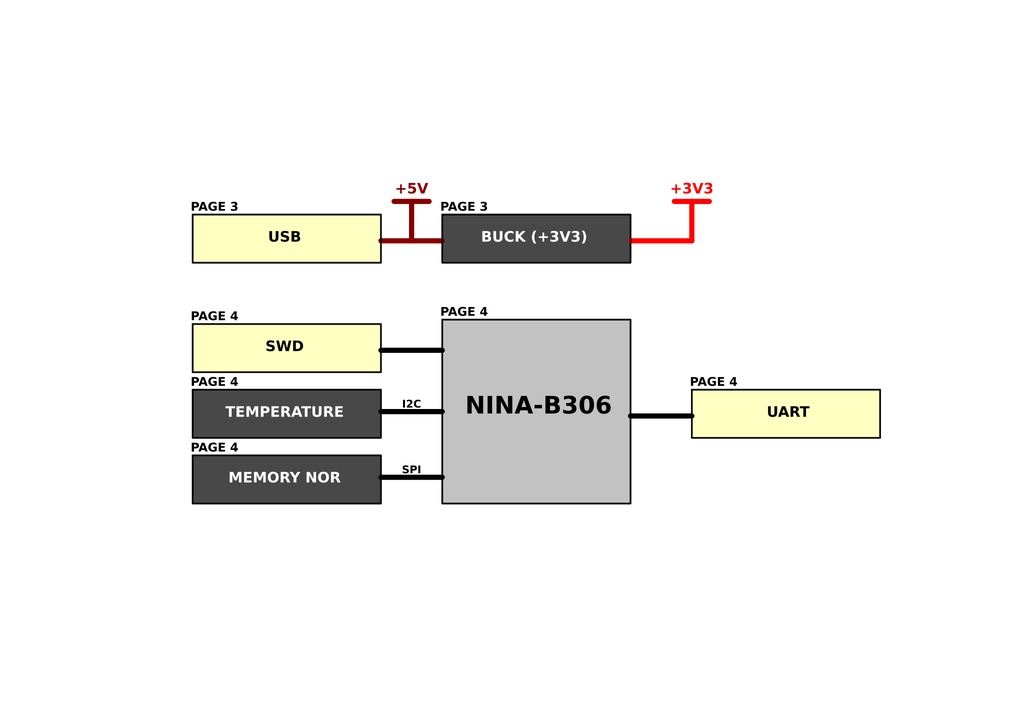
<source format=kicad_sch>
(kicad_sch
	(version 20250114)
	(generator "eeschema")
	(generator_version "9.0")
	(uuid "968ff118-3308-4fdc-8269-0c331c157579")
	(paper "A4")
	(title_block
		(title "PCB NRF52 PROJECT")
		(date "2025-05-16")
		(rev "1.0")
		(company "Author: William Sleman")
	)
	(lib_symbols)
	(rectangle
		(start 128.27 92.71)
		(end 182.88 146.05)
		(stroke
			(width 0.5)
			(type solid)
			(color 0 0 0 1)
		)
		(fill
			(type color)
			(color 194 194 194 1)
		)
		(uuid 1f972ec1-4ff6-49b9-8f17-1c16f5cf108f)
	)
	(rectangle
		(start 128.27 62.23)
		(end 182.88 76.2)
		(stroke
			(width 0.5)
			(type solid)
			(color 0 0 0 1)
		)
		(fill
			(type color)
			(color 72 72 72 1)
		)
		(uuid 2e39fd0b-bb85-4c9e-ab3a-fde83ad4f41a)
	)
	(rectangle
		(start 55.88 62.23)
		(end 110.49 76.2)
		(stroke
			(width 0.5)
			(type solid)
			(color 0 0 0 1)
		)
		(fill
			(type color)
			(color 255 255 194 1)
		)
		(uuid 3c32f970-03b6-4bcf-8803-d679e18d54e4)
	)
	(rectangle
		(start 55.88 113.03)
		(end 110.49 127)
		(stroke
			(width 0.5)
			(type solid)
			(color 0 0 0 1)
		)
		(fill
			(type color)
			(color 72 72 72 1)
		)
		(uuid 51d317cf-2975-4e98-967d-d11dbdb21cb0)
	)
	(rectangle
		(start 55.88 132.08)
		(end 110.49 146.05)
		(stroke
			(width 0.5)
			(type solid)
			(color 0 0 0 1)
		)
		(fill
			(type color)
			(color 72 72 72 1)
		)
		(uuid 52a41082-6dda-489a-bbbc-b49a7b876b12)
	)
	(rectangle
		(start 200.66 113.03)
		(end 255.27 127)
		(stroke
			(width 0.5)
			(type solid)
			(color 0 0 0 1)
		)
		(fill
			(type color)
			(color 255 255 194 1)
		)
		(uuid a8d9709c-8702-4262-ae19-40452509c6a6)
	)
	(rectangle
		(start 55.88 93.98)
		(end 110.49 107.95)
		(stroke
			(width 0.5)
			(type solid)
			(color 0 0 0 1)
		)
		(fill
			(type color)
			(color 255 255 194 1)
		)
		(uuid f2137002-6337-495f-9cad-1e9c833328a4)
	)
	(text "UART"
		(exclude_from_sim no)
		(at 228.6 120.65 0)
		(effects
			(font
				(face "Arial")
				(size 3 3)
				(bold yes)
				(color 0 0 0 1)
			)
		)
		(uuid "0dd542c0-5c87-43fd-9e36-5c3c523c4ded")
	)
	(text "+5V"
		(exclude_from_sim no)
		(at 119.38 55.88 0)
		(effects
			(font
				(face "Arial")
				(size 3 3)
				(bold yes)
				(color 132 0 0 1)
			)
		)
		(uuid "0fbe7aa3-d090-4796-a253-b08a876d973c")
	)
	(text "BUCK (+3V3)"
		(exclude_from_sim no)
		(at 154.94 69.85 0)
		(effects
			(font
				(face "Arial")
				(size 3 3)
				(bold yes)
				(color 255 255 255 1)
			)
		)
		(uuid "1714767b-bb9a-4620-aec0-00d38e63c52a")
	)
	(text "PAGE 4"
		(exclude_from_sim no)
		(at 62.23 130.81 0)
		(effects
			(font
				(face "Arial")
				(size 2.5 2.5)
				(bold yes)
				(color 0 0 0 1)
			)
		)
		(uuid "1ce5899e-f1e6-4290-943c-5de0353af831")
	)
	(text "SWD"
		(exclude_from_sim no)
		(at 82.55 101.6 0)
		(effects
			(font
				(face "Arial")
				(size 3 3)
				(bold yes)
				(color 0 0 0 1)
			)
		)
		(uuid "1fafd300-b641-4bc4-9df4-722750b66ffd")
	)
	(text "PAGE 3"
		(exclude_from_sim no)
		(at 134.62 60.96 0)
		(effects
			(font
				(face "Arial")
				(size 2.5 2.5)
				(bold yes)
				(color 0 0 0 1)
			)
		)
		(uuid "33079050-3acb-488c-b067-d84b851a921f")
	)
	(text "PAGE 4"
		(exclude_from_sim no)
		(at 207.01 111.76 0)
		(effects
			(font
				(face "Arial")
				(size 2.5 2.5)
				(bold yes)
				(color 0 0 0 1)
			)
		)
		(uuid "441cd0f9-c62a-4445-b512-076037bded0d")
	)
	(text "MEMORY NOR"
		(exclude_from_sim no)
		(at 82.55 139.7 0)
		(effects
			(font
				(face "Arial")
				(size 3 3)
				(bold yes)
				(color 255 255 255 1)
			)
		)
		(uuid "5346814e-9979-42a1-912f-abe4f118bec6")
	)
	(text "NINA-B306"
		(exclude_from_sim no)
		(at 156.21 119.38 0)
		(effects
			(font
				(face "Arial")
				(size 5 5)
				(bold yes)
				(color 0 0 0 1)
			)
		)
		(uuid "56147951-d605-41c9-9f7a-8cdeed1e7430")
	)
	(text "I2C"
		(exclude_from_sim no)
		(at 119.38 118.11 0)
		(effects
			(font
				(face "Arial")
				(size 2.2 2.2)
				(bold yes)
				(color 0 0 0 1)
			)
		)
		(uuid "796104af-94a6-46d9-8d0d-f7655ee3b25f")
	)
	(text "USB"
		(exclude_from_sim no)
		(at 82.55 69.85 0)
		(effects
			(font
				(face "Arial")
				(size 3 3)
				(bold yes)
				(color 0 0 0 1)
			)
		)
		(uuid "85493322-853a-4a80-9e4d-8d8cf440971e")
	)
	(text "SPI"
		(exclude_from_sim no)
		(at 119.38 137.16 0)
		(effects
			(font
				(face "Arial")
				(size 2.2 2.2)
				(bold yes)
				(color 0 0 0 1)
			)
		)
		(uuid "a2e44383-66c3-4ef2-b5cd-919c8a67840e")
	)
	(text "PAGE 4"
		(exclude_from_sim no)
		(at 62.23 111.76 0)
		(effects
			(font
				(face "Arial")
				(size 2.5 2.5)
				(bold yes)
				(color 0 0 0 1)
			)
		)
		(uuid "a902246f-cadd-41fe-aa16-468a151d69da")
	)
	(text "${SHEETNAME}"
		(exclude_from_sim no)
		(at 76.2 35.56 0)
		(effects
			(font
				(face "Times New Roman")
				(size 11 11)
				(thickness 1)
				(bold yes)
				(color 162 22 34 1)
			)
			(justify left bottom)
		)
		(uuid "aae62da7-2e44-45e4-94e3-ddd74c5743e2")
	)
	(text "PAGE 3"
		(exclude_from_sim no)
		(at 62.23 60.96 0)
		(effects
			(font
				(face "Arial")
				(size 2.5 2.5)
				(bold yes)
				(color 0 0 0 1)
			)
		)
		(uuid "ac9038d5-aafd-40ed-9044-34d8efd3783d")
	)
	(text "+3V3"
		(exclude_from_sim no)
		(at 200.66 55.88 0)
		(effects
			(font
				(face "Arial")
				(size 3 3)
				(bold yes)
				(color 255 0 0 1)
			)
		)
		(uuid "bd77266d-1c50-42eb-bf2c-06f817280f67")
	)
	(text "PAGE 4"
		(exclude_from_sim no)
		(at 134.62 91.44 0)
		(effects
			(font
				(face "Arial")
				(size 2.5 2.5)
				(bold yes)
				(color 0 0 0 1)
			)
		)
		(uuid "ca02e9e1-d9e7-4961-85d9-f7d8cffd9044")
	)
	(text "PAGE 4"
		(exclude_from_sim no)
		(at 62.23 92.71 0)
		(effects
			(font
				(face "Arial")
				(size 2.5 2.5)
				(bold yes)
				(color 0 0 0 1)
			)
		)
		(uuid "d9605d85-1adc-4ca0-b3d0-ee6277f4d9f6")
	)
	(text "TEMPERATURE"
		(exclude_from_sim no)
		(at 82.55 120.65 0)
		(effects
			(font
				(face "Arial")
				(size 3 3)
				(bold yes)
				(color 255 255 255 1)
			)
		)
		(uuid "fe621b16-a809-4b1b-a93c-2b937c2a8ad9")
	)
	(polyline
		(pts
			(xy 182.88 69.85) (xy 200.66 69.85)
		)
		(stroke
			(width 1.5)
			(type solid)
			(color 255 0 0 1)
		)
		(uuid "18c805c4-ecd4-45f1-8406-d2904809dbc4")
	)
	(polyline
		(pts
			(xy 182.88 120.65) (xy 200.66 120.65)
		)
		(stroke
			(width 1.5)
			(type solid)
			(color 0 0 0 1)
		)
		(uuid "2122afa6-ac1d-4434-9407-f3d31e77ee32")
	)
	(polyline
		(pts
			(xy 200.66 58.42) (xy 205.74 58.42)
		)
		(stroke
			(width 1.5)
			(type solid)
			(color 255 0 0 1)
		)
		(uuid "34826e2b-f84d-4883-810e-717d96ae1fb4")
	)
	(polyline
		(pts
			(xy 110.49 119.38) (xy 128.27 119.38)
		)
		(stroke
			(width 1.5)
			(type solid)
			(color 0 0 0 1)
		)
		(uuid "3fe4546d-a7cb-4d9f-a9b5-c84fd2273afb")
	)
	(polyline
		(pts
			(xy 119.38 58.42) (xy 124.46 58.42)
		)
		(stroke
			(width 1.5)
			(type solid)
			(color 132 0 0 1)
		)
		(uuid "46e75d0d-2812-461c-a069-cd0155165b3e")
	)
	(polyline
		(pts
			(xy 110.49 101.6) (xy 128.27 101.6)
		)
		(stroke
			(width 1.5)
			(type solid)
			(color 0 0 0 1)
		)
		(uuid "48aa115e-009f-4786-8301-1d2fa10a0ac5")
	)
	(polyline
		(pts
			(xy 200.66 69.85) (xy 200.66 58.42)
		)
		(stroke
			(width 1.5)
			(type solid)
			(color 255 0 0 1)
		)
		(uuid "6b29ad81-154e-490f-85b8-7baa87410aaa")
	)
	(polyline
		(pts
			(xy 195.58 58.42) (xy 200.66 58.42)
		)
		(stroke
			(width 1.5)
			(type solid)
			(color 255 0 0 1)
		)
		(uuid "8a0ceb40-9035-4fed-9739-60c018ed70f2")
	)
	(polyline
		(pts
			(xy 114.3 58.42) (xy 119.38 58.42)
		)
		(stroke
			(width 1.5)
			(type solid)
			(color 132 0 0 1)
		)
		(uuid "c67f2996-a749-4333-8109-67e72c85e47d")
	)
	(polyline
		(pts
			(xy 119.38 69.85) (xy 119.38 58.42)
		)
		(stroke
			(width 1.5)
			(type solid)
			(color 132 0 0 1)
		)
		(uuid "d1126298-945a-4cea-8191-9d528118ffbd")
	)
	(polyline
		(pts
			(xy 110.49 69.85) (xy 128.27 69.85)
		)
		(stroke
			(width 1.5)
			(type solid)
			(color 132 0 0 1)
		)
		(uuid "e28f61cf-1b96-4a0c-948c-f2200290af47")
	)
	(polyline
		(pts
			(xy 110.49 138.43) (xy 128.27 138.43)
		)
		(stroke
			(width 1.5)
			(type solid)
			(color 0 0 0 1)
		)
		(uuid "e707465b-2874-4c52-850c-44473d715aad")
	)
)

</source>
